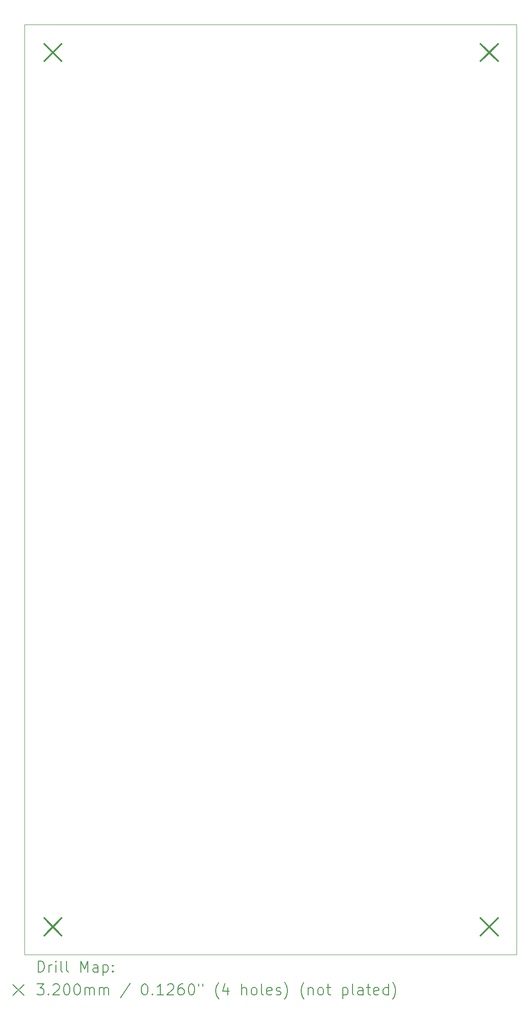
<source format=gbr>
%TF.GenerationSoftware,KiCad,Pcbnew,6.0.11-2627ca5db0~126~ubuntu20.04.1*%
%TF.CreationDate,2023-10-14T11:39:15+02:00*%
%TF.ProjectId,driverboardAnnax37623,64726976-6572-4626-9f61-7264416e6e61,rev?*%
%TF.SameCoordinates,Original*%
%TF.FileFunction,Drillmap*%
%TF.FilePolarity,Positive*%
%FSLAX45Y45*%
G04 Gerber Fmt 4.5, Leading zero omitted, Abs format (unit mm)*
G04 Created by KiCad (PCBNEW 6.0.11-2627ca5db0~126~ubuntu20.04.1) date 2023-10-14 11:39:15*
%MOMM*%
%LPD*%
G01*
G04 APERTURE LIST*
%ADD10C,0.100000*%
%ADD11C,0.200000*%
%ADD12C,0.320000*%
G04 APERTURE END LIST*
D10*
X2476500Y-19558000D02*
X2476500Y-2540000D01*
X11493500Y-2540000D02*
X11493500Y-19558000D01*
X11493500Y-19558000D02*
X2476500Y-19558000D01*
X2476500Y-2540000D02*
X11493500Y-2540000D01*
D11*
D12*
X2840000Y-2890000D02*
X3160000Y-3210000D01*
X3160000Y-2890000D02*
X2840000Y-3210000D01*
X2840000Y-18890000D02*
X3160000Y-19210000D01*
X3160000Y-18890000D02*
X2840000Y-19210000D01*
X10840000Y-2890000D02*
X11160000Y-3210000D01*
X11160000Y-2890000D02*
X10840000Y-3210000D01*
X10840000Y-18890000D02*
X11160000Y-19210000D01*
X11160000Y-18890000D02*
X10840000Y-19210000D01*
D11*
X2729119Y-19873476D02*
X2729119Y-19673476D01*
X2776738Y-19673476D01*
X2805309Y-19683000D01*
X2824357Y-19702048D01*
X2833881Y-19721095D01*
X2843405Y-19759190D01*
X2843405Y-19787762D01*
X2833881Y-19825857D01*
X2824357Y-19844905D01*
X2805309Y-19863952D01*
X2776738Y-19873476D01*
X2729119Y-19873476D01*
X2929119Y-19873476D02*
X2929119Y-19740143D01*
X2929119Y-19778238D02*
X2938643Y-19759190D01*
X2948167Y-19749667D01*
X2967214Y-19740143D01*
X2986262Y-19740143D01*
X3052928Y-19873476D02*
X3052928Y-19740143D01*
X3052928Y-19673476D02*
X3043405Y-19683000D01*
X3052928Y-19692524D01*
X3062452Y-19683000D01*
X3052928Y-19673476D01*
X3052928Y-19692524D01*
X3176738Y-19873476D02*
X3157690Y-19863952D01*
X3148167Y-19844905D01*
X3148167Y-19673476D01*
X3281500Y-19873476D02*
X3262452Y-19863952D01*
X3252928Y-19844905D01*
X3252928Y-19673476D01*
X3510071Y-19873476D02*
X3510071Y-19673476D01*
X3576738Y-19816333D01*
X3643405Y-19673476D01*
X3643405Y-19873476D01*
X3824357Y-19873476D02*
X3824357Y-19768714D01*
X3814833Y-19749667D01*
X3795786Y-19740143D01*
X3757690Y-19740143D01*
X3738643Y-19749667D01*
X3824357Y-19863952D02*
X3805309Y-19873476D01*
X3757690Y-19873476D01*
X3738643Y-19863952D01*
X3729119Y-19844905D01*
X3729119Y-19825857D01*
X3738643Y-19806810D01*
X3757690Y-19797286D01*
X3805309Y-19797286D01*
X3824357Y-19787762D01*
X3919595Y-19740143D02*
X3919595Y-19940143D01*
X3919595Y-19749667D02*
X3938643Y-19740143D01*
X3976738Y-19740143D01*
X3995786Y-19749667D01*
X4005309Y-19759190D01*
X4014833Y-19778238D01*
X4014833Y-19835381D01*
X4005309Y-19854429D01*
X3995786Y-19863952D01*
X3976738Y-19873476D01*
X3938643Y-19873476D01*
X3919595Y-19863952D01*
X4100548Y-19854429D02*
X4110071Y-19863952D01*
X4100548Y-19873476D01*
X4091024Y-19863952D01*
X4100548Y-19854429D01*
X4100548Y-19873476D01*
X4100548Y-19749667D02*
X4110071Y-19759190D01*
X4100548Y-19768714D01*
X4091024Y-19759190D01*
X4100548Y-19749667D01*
X4100548Y-19768714D01*
X2271500Y-20103000D02*
X2471500Y-20303000D01*
X2471500Y-20103000D02*
X2271500Y-20303000D01*
X2710071Y-20093476D02*
X2833881Y-20093476D01*
X2767214Y-20169667D01*
X2795786Y-20169667D01*
X2814833Y-20179190D01*
X2824357Y-20188714D01*
X2833881Y-20207762D01*
X2833881Y-20255381D01*
X2824357Y-20274429D01*
X2814833Y-20283952D01*
X2795786Y-20293476D01*
X2738643Y-20293476D01*
X2719595Y-20283952D01*
X2710071Y-20274429D01*
X2919595Y-20274429D02*
X2929119Y-20283952D01*
X2919595Y-20293476D01*
X2910071Y-20283952D01*
X2919595Y-20274429D01*
X2919595Y-20293476D01*
X3005309Y-20112524D02*
X3014833Y-20103000D01*
X3033881Y-20093476D01*
X3081500Y-20093476D01*
X3100548Y-20103000D01*
X3110071Y-20112524D01*
X3119595Y-20131571D01*
X3119595Y-20150619D01*
X3110071Y-20179190D01*
X2995786Y-20293476D01*
X3119595Y-20293476D01*
X3243405Y-20093476D02*
X3262452Y-20093476D01*
X3281500Y-20103000D01*
X3291024Y-20112524D01*
X3300548Y-20131571D01*
X3310071Y-20169667D01*
X3310071Y-20217286D01*
X3300548Y-20255381D01*
X3291024Y-20274429D01*
X3281500Y-20283952D01*
X3262452Y-20293476D01*
X3243405Y-20293476D01*
X3224357Y-20283952D01*
X3214833Y-20274429D01*
X3205309Y-20255381D01*
X3195786Y-20217286D01*
X3195786Y-20169667D01*
X3205309Y-20131571D01*
X3214833Y-20112524D01*
X3224357Y-20103000D01*
X3243405Y-20093476D01*
X3433881Y-20093476D02*
X3452928Y-20093476D01*
X3471976Y-20103000D01*
X3481500Y-20112524D01*
X3491024Y-20131571D01*
X3500548Y-20169667D01*
X3500548Y-20217286D01*
X3491024Y-20255381D01*
X3481500Y-20274429D01*
X3471976Y-20283952D01*
X3452928Y-20293476D01*
X3433881Y-20293476D01*
X3414833Y-20283952D01*
X3405309Y-20274429D01*
X3395786Y-20255381D01*
X3386262Y-20217286D01*
X3386262Y-20169667D01*
X3395786Y-20131571D01*
X3405309Y-20112524D01*
X3414833Y-20103000D01*
X3433881Y-20093476D01*
X3586262Y-20293476D02*
X3586262Y-20160143D01*
X3586262Y-20179190D02*
X3595786Y-20169667D01*
X3614833Y-20160143D01*
X3643405Y-20160143D01*
X3662452Y-20169667D01*
X3671976Y-20188714D01*
X3671976Y-20293476D01*
X3671976Y-20188714D02*
X3681500Y-20169667D01*
X3700548Y-20160143D01*
X3729119Y-20160143D01*
X3748167Y-20169667D01*
X3757690Y-20188714D01*
X3757690Y-20293476D01*
X3852928Y-20293476D02*
X3852928Y-20160143D01*
X3852928Y-20179190D02*
X3862452Y-20169667D01*
X3881500Y-20160143D01*
X3910071Y-20160143D01*
X3929119Y-20169667D01*
X3938643Y-20188714D01*
X3938643Y-20293476D01*
X3938643Y-20188714D02*
X3948167Y-20169667D01*
X3967214Y-20160143D01*
X3995786Y-20160143D01*
X4014833Y-20169667D01*
X4024357Y-20188714D01*
X4024357Y-20293476D01*
X4414833Y-20083952D02*
X4243405Y-20341095D01*
X4671976Y-20093476D02*
X4691024Y-20093476D01*
X4710071Y-20103000D01*
X4719595Y-20112524D01*
X4729119Y-20131571D01*
X4738643Y-20169667D01*
X4738643Y-20217286D01*
X4729119Y-20255381D01*
X4719595Y-20274429D01*
X4710071Y-20283952D01*
X4691024Y-20293476D01*
X4671976Y-20293476D01*
X4652929Y-20283952D01*
X4643405Y-20274429D01*
X4633881Y-20255381D01*
X4624357Y-20217286D01*
X4624357Y-20169667D01*
X4633881Y-20131571D01*
X4643405Y-20112524D01*
X4652929Y-20103000D01*
X4671976Y-20093476D01*
X4824357Y-20274429D02*
X4833881Y-20283952D01*
X4824357Y-20293476D01*
X4814833Y-20283952D01*
X4824357Y-20274429D01*
X4824357Y-20293476D01*
X5024357Y-20293476D02*
X4910071Y-20293476D01*
X4967214Y-20293476D02*
X4967214Y-20093476D01*
X4948167Y-20122048D01*
X4929119Y-20141095D01*
X4910071Y-20150619D01*
X5100548Y-20112524D02*
X5110071Y-20103000D01*
X5129119Y-20093476D01*
X5176738Y-20093476D01*
X5195786Y-20103000D01*
X5205310Y-20112524D01*
X5214833Y-20131571D01*
X5214833Y-20150619D01*
X5205310Y-20179190D01*
X5091024Y-20293476D01*
X5214833Y-20293476D01*
X5386262Y-20093476D02*
X5348167Y-20093476D01*
X5329119Y-20103000D01*
X5319595Y-20112524D01*
X5300548Y-20141095D01*
X5291024Y-20179190D01*
X5291024Y-20255381D01*
X5300548Y-20274429D01*
X5310071Y-20283952D01*
X5329119Y-20293476D01*
X5367214Y-20293476D01*
X5386262Y-20283952D01*
X5395786Y-20274429D01*
X5405310Y-20255381D01*
X5405310Y-20207762D01*
X5395786Y-20188714D01*
X5386262Y-20179190D01*
X5367214Y-20169667D01*
X5329119Y-20169667D01*
X5310071Y-20179190D01*
X5300548Y-20188714D01*
X5291024Y-20207762D01*
X5529119Y-20093476D02*
X5548167Y-20093476D01*
X5567214Y-20103000D01*
X5576738Y-20112524D01*
X5586262Y-20131571D01*
X5595786Y-20169667D01*
X5595786Y-20217286D01*
X5586262Y-20255381D01*
X5576738Y-20274429D01*
X5567214Y-20283952D01*
X5548167Y-20293476D01*
X5529119Y-20293476D01*
X5510071Y-20283952D01*
X5500548Y-20274429D01*
X5491024Y-20255381D01*
X5481500Y-20217286D01*
X5481500Y-20169667D01*
X5491024Y-20131571D01*
X5500548Y-20112524D01*
X5510071Y-20103000D01*
X5529119Y-20093476D01*
X5671976Y-20093476D02*
X5671976Y-20131571D01*
X5748167Y-20093476D02*
X5748167Y-20131571D01*
X6043405Y-20369667D02*
X6033881Y-20360143D01*
X6014833Y-20331571D01*
X6005309Y-20312524D01*
X5995786Y-20283952D01*
X5986262Y-20236333D01*
X5986262Y-20198238D01*
X5995786Y-20150619D01*
X6005309Y-20122048D01*
X6014833Y-20103000D01*
X6033881Y-20074429D01*
X6043405Y-20064905D01*
X6205309Y-20160143D02*
X6205309Y-20293476D01*
X6157690Y-20083952D02*
X6110071Y-20226810D01*
X6233881Y-20226810D01*
X6462452Y-20293476D02*
X6462452Y-20093476D01*
X6548167Y-20293476D02*
X6548167Y-20188714D01*
X6538643Y-20169667D01*
X6519595Y-20160143D01*
X6491024Y-20160143D01*
X6471976Y-20169667D01*
X6462452Y-20179190D01*
X6671976Y-20293476D02*
X6652928Y-20283952D01*
X6643405Y-20274429D01*
X6633881Y-20255381D01*
X6633881Y-20198238D01*
X6643405Y-20179190D01*
X6652928Y-20169667D01*
X6671976Y-20160143D01*
X6700548Y-20160143D01*
X6719595Y-20169667D01*
X6729119Y-20179190D01*
X6738643Y-20198238D01*
X6738643Y-20255381D01*
X6729119Y-20274429D01*
X6719595Y-20283952D01*
X6700548Y-20293476D01*
X6671976Y-20293476D01*
X6852928Y-20293476D02*
X6833881Y-20283952D01*
X6824357Y-20264905D01*
X6824357Y-20093476D01*
X7005309Y-20283952D02*
X6986262Y-20293476D01*
X6948167Y-20293476D01*
X6929119Y-20283952D01*
X6919595Y-20264905D01*
X6919595Y-20188714D01*
X6929119Y-20169667D01*
X6948167Y-20160143D01*
X6986262Y-20160143D01*
X7005309Y-20169667D01*
X7014833Y-20188714D01*
X7014833Y-20207762D01*
X6919595Y-20226810D01*
X7091024Y-20283952D02*
X7110071Y-20293476D01*
X7148167Y-20293476D01*
X7167214Y-20283952D01*
X7176738Y-20264905D01*
X7176738Y-20255381D01*
X7167214Y-20236333D01*
X7148167Y-20226810D01*
X7119595Y-20226810D01*
X7100548Y-20217286D01*
X7091024Y-20198238D01*
X7091024Y-20188714D01*
X7100548Y-20169667D01*
X7119595Y-20160143D01*
X7148167Y-20160143D01*
X7167214Y-20169667D01*
X7243405Y-20369667D02*
X7252928Y-20360143D01*
X7271976Y-20331571D01*
X7281500Y-20312524D01*
X7291024Y-20283952D01*
X7300548Y-20236333D01*
X7300548Y-20198238D01*
X7291024Y-20150619D01*
X7281500Y-20122048D01*
X7271976Y-20103000D01*
X7252928Y-20074429D01*
X7243405Y-20064905D01*
X7605309Y-20369667D02*
X7595786Y-20360143D01*
X7576738Y-20331571D01*
X7567214Y-20312524D01*
X7557690Y-20283952D01*
X7548167Y-20236333D01*
X7548167Y-20198238D01*
X7557690Y-20150619D01*
X7567214Y-20122048D01*
X7576738Y-20103000D01*
X7595786Y-20074429D01*
X7605309Y-20064905D01*
X7681500Y-20160143D02*
X7681500Y-20293476D01*
X7681500Y-20179190D02*
X7691024Y-20169667D01*
X7710071Y-20160143D01*
X7738643Y-20160143D01*
X7757690Y-20169667D01*
X7767214Y-20188714D01*
X7767214Y-20293476D01*
X7891024Y-20293476D02*
X7871976Y-20283952D01*
X7862452Y-20274429D01*
X7852928Y-20255381D01*
X7852928Y-20198238D01*
X7862452Y-20179190D01*
X7871976Y-20169667D01*
X7891024Y-20160143D01*
X7919595Y-20160143D01*
X7938643Y-20169667D01*
X7948167Y-20179190D01*
X7957690Y-20198238D01*
X7957690Y-20255381D01*
X7948167Y-20274429D01*
X7938643Y-20283952D01*
X7919595Y-20293476D01*
X7891024Y-20293476D01*
X8014833Y-20160143D02*
X8091024Y-20160143D01*
X8043405Y-20093476D02*
X8043405Y-20264905D01*
X8052928Y-20283952D01*
X8071976Y-20293476D01*
X8091024Y-20293476D01*
X8310071Y-20160143D02*
X8310071Y-20360143D01*
X8310071Y-20169667D02*
X8329119Y-20160143D01*
X8367214Y-20160143D01*
X8386262Y-20169667D01*
X8395786Y-20179190D01*
X8405310Y-20198238D01*
X8405310Y-20255381D01*
X8395786Y-20274429D01*
X8386262Y-20283952D01*
X8367214Y-20293476D01*
X8329119Y-20293476D01*
X8310071Y-20283952D01*
X8519595Y-20293476D02*
X8500548Y-20283952D01*
X8491024Y-20264905D01*
X8491024Y-20093476D01*
X8681500Y-20293476D02*
X8681500Y-20188714D01*
X8671976Y-20169667D01*
X8652929Y-20160143D01*
X8614833Y-20160143D01*
X8595786Y-20169667D01*
X8681500Y-20283952D02*
X8662452Y-20293476D01*
X8614833Y-20293476D01*
X8595786Y-20283952D01*
X8586262Y-20264905D01*
X8586262Y-20245857D01*
X8595786Y-20226810D01*
X8614833Y-20217286D01*
X8662452Y-20217286D01*
X8681500Y-20207762D01*
X8748167Y-20160143D02*
X8824357Y-20160143D01*
X8776738Y-20093476D02*
X8776738Y-20264905D01*
X8786262Y-20283952D01*
X8805310Y-20293476D01*
X8824357Y-20293476D01*
X8967214Y-20283952D02*
X8948167Y-20293476D01*
X8910071Y-20293476D01*
X8891024Y-20283952D01*
X8881500Y-20264905D01*
X8881500Y-20188714D01*
X8891024Y-20169667D01*
X8910071Y-20160143D01*
X8948167Y-20160143D01*
X8967214Y-20169667D01*
X8976738Y-20188714D01*
X8976738Y-20207762D01*
X8881500Y-20226810D01*
X9148167Y-20293476D02*
X9148167Y-20093476D01*
X9148167Y-20283952D02*
X9129119Y-20293476D01*
X9091024Y-20293476D01*
X9071976Y-20283952D01*
X9062452Y-20274429D01*
X9052929Y-20255381D01*
X9052929Y-20198238D01*
X9062452Y-20179190D01*
X9071976Y-20169667D01*
X9091024Y-20160143D01*
X9129119Y-20160143D01*
X9148167Y-20169667D01*
X9224357Y-20369667D02*
X9233881Y-20360143D01*
X9252929Y-20331571D01*
X9262452Y-20312524D01*
X9271976Y-20283952D01*
X9281500Y-20236333D01*
X9281500Y-20198238D01*
X9271976Y-20150619D01*
X9262452Y-20122048D01*
X9252929Y-20103000D01*
X9233881Y-20074429D01*
X9224357Y-20064905D01*
M02*

</source>
